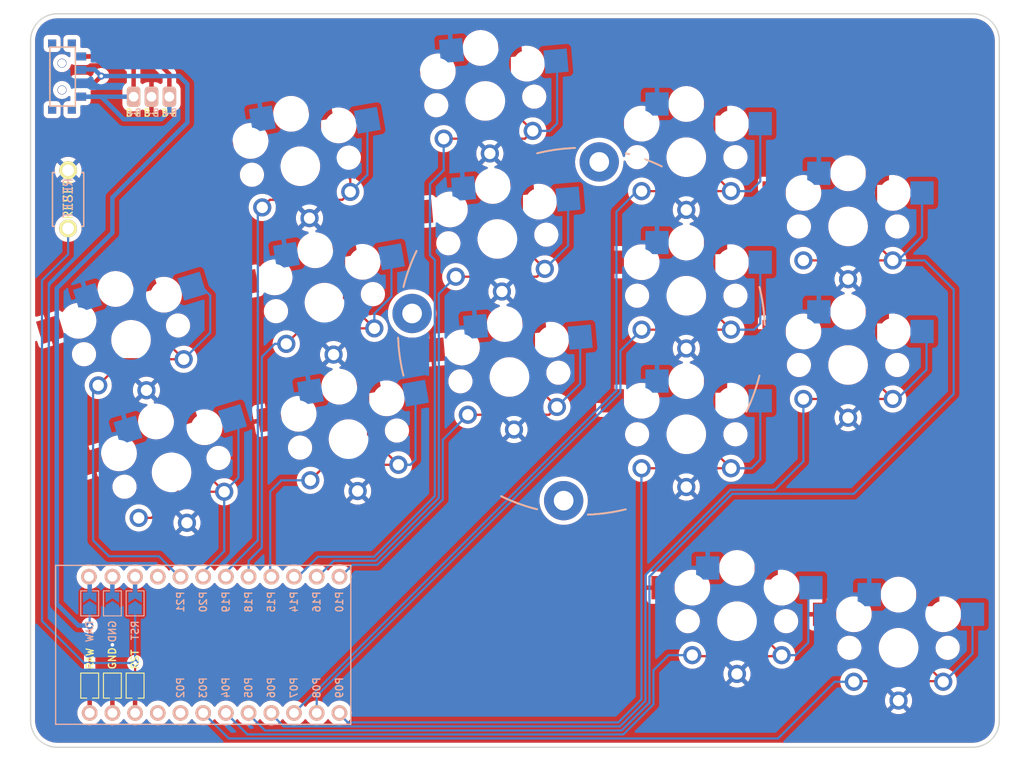
<source format=kicad_pcb>
(kicad_pcb (version 20211014) (generator pcbnew)
  (title_block (title "berylline_choc_min") (rev "v1.0.0") (company "Unknown"))
  (layers (0 "F.Cu" signal) (31 "B.Cu" signal) (34 "B.Paste" user) (35 "F.Paste" user) (36 "B.SilkS" user "B.Silkscreen") (37 "F.SilkS" user "F.Silkscreen") (38 "B.Mask" user) (39 "F.Mask" user) (44 "Edge.Cuts" user))
  (net 0 "")
  (net 1 "GND")
  (net 2 "RAW")
  (net 3 "RST")
  (net 4 "P2")
  (net 5 "P9")
  (net 6 "P8")
  (net 7 "P7")
  (net 8 "P6")
  (net 9 "P5")
  (net 10 "P4")
  (net 11 "P3")
  (net 12 "P10")
  (net 13 "P16")
  (net 14 "P14")
  (net 15 "P15")
  (net 16 "P18")
  (net 17 "P19")
  (net 18 "P20")
  (net 19 "P21")
  (net 20 "BRAW")
  (footprint "Alaa:key" (layer "F.Cu") (at 288.604922 127.96917)
    (fp_text reference "S15" hide)
    (fp_text value "" hide)
  )
  (footprint "E73:SPDT_C128955" (layer "F.Cu") (at 195.021762 64.065501 90)
    (fp_text reference "T2" hide)
    (fp_text value "" hide)
  )
  (footprint "Alaa:key" (layer "F.Cu") (at 227.070872 104.62013 10)
    (fp_text reference "S3" hide)
    (fp_text value "" hide)
  )
  (footprint "Alaa:key" (layer "F.Cu") (at 270.530975 124.990064)
    (fp_text reference "S14" hide)
    (fp_text value "" hide)
  )
  (footprint "Alaa:Tenting_Puck" (layer "F.Cu") (at 253.133642 92.560358 -6)
    (fp_text reference "REF**" hide)
    (fp_text value "Tenting Puck" hide)
  )
  (footprint "Alaa:key" (layer "F.Cu") (at 207.276192 108.339872 17)
    (fp_text reference "S1" hide)
    (fp_text value "" hide)
  )
  (footprint "Alaa:key" (layer "F.Cu") (at 245.074061 97.674062 5)
    (fp_text reference "S6" hide)
    (fp_text value "" hide)
  )
  (footprint "Alaa:key" (layer "F.Cu") (at 221.687779 74.09109 10)
    (fp_text reference "S5" hide)
    (fp_text value "" hide)
  )
  (footprint "Alaa:key" (layer "F.Cu") (at 282.962 80.832)
    (fp_text reference "S13" hide)
    (fp_text value "" hide)
  )
  (footprint "Alaa:key" (layer "F.Cu") (at 264.862 73.082)
    (fp_text reference "S11" hide)
    (fp_text value "" hide)
  )
  (footprint "Alaa:key" (layer "F.Cu") (at 282.962 96.332)
    (fp_text reference "S12" hide)
    (fp_text value "" hide)
  )
  (footprint "Alaa:key" (layer "F.Cu") (at 242.372232 66.792026 5)
    (fp_text reference "S8" hide)
    (fp_text value "" hide)
  )
  (footprint "lib:bat" (layer "F.Cu") (at 205.035346 66.324116)
    (fp_text reference "PAD1" hide)
    (fp_text value "" hide)
  )
  (footprint "Alaa:key" (layer "F.Cu") (at 264.862 104.082)
    (fp_text reference "S9" hide)
    (fp_text value "" hide)
  )
  (footprint "Alaa:key" (layer "F.Cu") (at 264.862 88.582)
    (fp_text reference "S10" hide)
    (fp_text value "" hide)
  )
  (footprint "Alaa:key" (layer "F.Cu") (at 202.744431 93.517148 17)
    (fp_text reference "S2" hide)
    (fp_text value "" hide)
  )
  (footprint "kbd:ResetSW" (layer "F.Cu") (at 195.707 77.799 90)
    (fp_text reference "B1" hide)
    (fp_text value "")
  )
  (footprint "E73:SPDT_C128955" (layer "F.Cu") (at 195.021762 64.065501 90)
    (fp_text reference "T1" hide)
    (fp_text value "" hide)
  )
  (footprint "Alaa:key" (layer "F.Cu") (at 224.379325 89.35561 10)
    (fp_text reference "S4" hide)
    (fp_text value "" hide)
  )
  (footprint "Alaa:key" (layer "F.Cu") (at 243.723147 82.233044 5)
    (fp_text reference "S7" hide)
    (fp_text value "" hide)
  )
  (footprint "Alaa:ProMicro32keys" (layer "B.Cu") (at 212.09 127.635)
    (fp_text reference "MCU1" hide)
    (fp_text value "" hide)
  )
  (gr_line (start 194.506343 57.041872) (end 296.879652 57.041872) (layer "Edge.Cuts") (width 0.15))
  (gr_arc (start 296.879652 57.041872) (mid 299.001013 57.920533) (end 299.879652 60.041872) (layer "Edge.Cuts") (width 0.15))
  (gr_line (start 296.879652 139.095899) (end 194.506343 139.095899) (layer "Edge.Cuts") (width 0.15))
  (gr_line (start 299.879652 60.041872) (end 299.879652 136.095899) (layer "Edge.Cuts") (width 0.15))
  (gr_arc (start 299.879652 136.095899) (mid 299.00097 138.217203) (end 296.879652 139.095899) (layer "Edge.Cuts") (width 0.15))
  (gr_arc (start 194.506343 139.095899) (mid 192.384995 138.217234) (end 191.506343 136.095899) (layer "Edge.Cuts") (width 0.15))
  (gr_arc (start 191.506343 60.041872) (mid 192.385035 57.920585) (end 194.506343 57.041872) (layer "Edge.Cuts") (width 0.15))
  (gr_line (start 191.506343 136.095899) (end 191.506343 60.041872) (layer "Edge.Cuts") (width 0.15))
  (segment (start 200.66 127.635) (end 200.66 131.471477) (width 0.25) (layer "F.Cu") (net 1))
  (segment (start 200.66 127.635) (end 200.66 127.254) (width 0.25) (layer "F.Cu") (net 1))
  (via (at 200.66 127.635) (size 0.8) (drill 0.4) (layers "F.Cu" "B.Cu") (net 1))
  (segment (start 200.66 123.721477) (end 200.66 127.635) (width 0.25) (layer "B.Cu") (net 1))
  (segment (start 225.403849 94.875952) (end 225.403849 95.165976) (width 0.25) (layer "B.Cu") (net 1))
  (segment (start 198.607034 64.815501) (end 199.409061 64.013474) (width 0.5) (layer "F.Cu") (net 2))
  (segment (start 197.096762 64.815501) (end 198.607034 64.815501) (width 0.5) (layer "F.Cu") (net 2))
  (segment (start 198.12 131.471477) (end 198.12 125.476) (width 0.25) (layer "F.Cu") (net 2))
  (via (at 198.12 125.476) (size 0.8) (drill 0.4) (layers "F.Cu" "B.Cu") (net 2))
  (via (at 199.409061 64.013474) (size 0.8) (drill 0.4) (layers "F.Cu" "B.Cu") (net 2))
  (segment (start 209.042 69.215) (end 209.042 64.897) (width 0.5) (layer "B.Cu") (net 2))
  (segment (start 199.414535 64.008) (end 199.409061 64.013474) (width 0.5) (layer "B.Cu") (net 2))
  (segment (start 200.66 77.597) (end 209.042 69.215) (width 0.5) (layer "B.Cu") (net 2))
  (segment (start 198.659672 63.264116) (end 199.357645 63.962089) (width 0.5) (layer "B.Cu") (net 2))
  (segment (start 196.85 125.476) (end 194.437 123.063) (width 0.5) (layer "B.Cu") (net 2))
  (segment (start 208.153 64.008) (end 199.414535 64.008) (width 0.5) (layer "B.Cu") (net 2))
  (segment (start 198.12 123.721477) (end 198.12 125.476) (width 0.25) (layer "B.Cu") (net 2))
  (segment (start 194.437 87.757) (end 200.66 81.534) (width 0.5) (layer "B.Cu") (net 2))
  (segment (start 209.042 64.897) (end 208.153 64.008) (width 0.5) (layer "B.Cu") (net 2))
  (segment (start 194.437 123.063) (end 194.437 87.757) (width 0.5) (layer "B.Cu") (net 2))
  (segment (start 198.12 125.476) (end 196.85 125.476) (width 0.5) (layer "B.Cu") (net 2))
  (segment (start 200.66 81.534) (end 200.66 77.597) (width 0.5) (layer "B.Cu") (net 2))
  (segment (start 197.045346 63.264116) (end 198.659672 63.264116) (width 0.5) (layer "B.Cu") (net 2))
  (segment (start 203.2 131.471477) (end 203.2 129.667) (width 0.25) (layer "F.Cu") (net 3))
  (via (at 203.2 129.667) (size 0.8) (drill 0.4) (layers "F.Cu" "B.Cu") (net 3))
  (segment (start 192.786 124.968) (end 192.786 86.868) (width 0.25) (layer "B.Cu") (net 3))
  (segment (start 203.2 123.721477) (end 203.2 129.667) (width 0.25) (layer "B.Cu") (net 3))
  (segment (start 195.707 83.947) (end 195.707 81.049) (width 0.25) (layer "B.Cu") (net 3))
  (segment (start 203.2 129.667) (end 197.485 129.667) (width 0.25) (layer "B.Cu") (net 3))
  (segment (start 192.786 86.868) (end 195.707 83.947) (width 0.25) (layer "B.Cu") (net 3))
  (segment (start 197.485 129.667) (end 192.786 124.968) (width 0.25) (layer "B.Cu") (net 3))
  (segment (start 267.987479 106.007479) (end 267.987479 98.281521) (width 0.25) (layer "F.Cu") (net 5))
  (segment (start 267.987479 98.281521) (end 268.136999 98.132001) (width 0.25) (layer "F.Cu") (net 5))
  (segment (start 259.862 107.882) (end 269.862 107.882) (width 0.25) (layer "F.Cu") (net 5))
  (segment (start 269.862 107.882) (end 267.987479 106.007479) (width 0.25) (layer "F.Cu") (net 5))
  (segment (start 259.842 133.731) (end 259.842 107.902) (width 0.25) (layer "B.Cu") (net 5))
  (segment (start 226.06 135.382) (end 226.9874 136.3094) (width 0.25) (layer "B.Cu") (net 5))
  (segment (start 272.169 107.882) (end 269.862 107.882) (width 0.25) (layer "B.Cu") (net 5))
  (segment (start 226.9874 136.3094) (end 257.2636 136.3094) (width 0.25) (layer "B.Cu") (net 5))
  (segment (start 273.137 100.332001) (end 273.137 106.914) (width 0.25) (layer "B.Cu") (net 5))
  (segment (start 259.842 107.902) (end 259.862 107.882) (width 0.25) (layer "B.Cu") (net 5))
  (segment (start 257.2636 136.3094) (end 259.842 133.731) (width 0.25) (layer "B.Cu") (net 5))
  (segment (start 273.137 106.914) (end 272.169 107.882) (width 0.25) (layer "B.Cu") (net 5))
  (segment (start 259.862 92.382) (end 269.862 92.382) (width 0.25) (layer "F.Cu") (net 6))
  (segment (start 267.987479 90.507479) (end 269.862 92.382) (width 0.25) (layer "F.Cu") (net 6))
  (segment (start 268.136999 82.632001) (end 267.987479 82.781521) (width 0.25) (layer "F.Cu") (net 6))
  (segment (start 267.987479 82.781521) (end 267.987479 90.507479) (width 0.25) (layer "F.Cu") (net 6))
  (segment (start 223.52 133.350718) (end 223.52 135.255) (width 0.25) (layer "B.Cu") (net 6))
  (segment (start 273.137 91.674) (end 272.429 92.382) (width 0.25) (layer "B.Cu") (net 6))
  (segment (start 257.496 99.374718) (end 223.52 133.350718) (width 0.25) (layer "B.Cu") (net 6))
  (segment (start 273.137 84.832001) (end 273.137 91.674) (width 0.25) (layer "B.Cu") (net 6))
  (segment (start 272.429 92.382) (end 269.862 92.382) (width 0.25) (layer "B.Cu") (net 6))
  (segment (start 257.496 94.748) (end 257.496 99.374718) (width 0.25) (layer "B.Cu") (net 6))
  (segment (start 259.862 92.382) (end 257.496 94.748) (width 0.25) (layer "B.Cu") (net 6))
  (segment (start 259.862 76.882) (end 269.862 76.882) (width 0.25) (layer "F.Cu") (net 7))
  (segment (start 267.987479 67.281521) (end 268.136999 67.132001) (width 0.25) (layer "F.Cu") (net 7))
  (segment (start 267.987479 75.007479) (end 267.987479 67.281521) (width 0.25) (layer "F.Cu") (net 7))
  (segment (start 269.862 76.882) (end 267.987479 75.007479) (width 0.25) (layer "F.Cu") (net 7))
  (segment (start 257.04648 79.18952) (end 259.354 76.882) (width 0.25) (layer "B.Cu") (net 7))
  (segment (start 257.04648 99.18852) (end 257.04648 79.18952) (width 0.25) (layer "B.Cu") (net 7))
  (segment (start 273.137 69.332001) (end 273.137 75.799) (width 0.25) (layer "B.Cu") (net 7))
  (segment (start 259.354 76.882) (end 259.862 76.882) (width 0.25) (layer "B.Cu") (net 7))
  (segment (start 272.054 76.882) (end 269.862 76.882) (width 0.25) (layer "B.Cu") (net 7))
  (segment (start 220.98 135.255) (end 257.04648 99.18852) (width 0.25) (layer "B.Cu") (net 7))
  (segment (start 273.137 75.799) (end 272.054 76.882) (width 0.25) (layer "B.Cu") (net 7))
  (segment (start 277.962 100.132) (end 287.962 100.132) (width 0.25) (layer "F.Cu") (net 8))
  (segment (start 286.236999 90.382001) (end 286.087479 90.531521) (width 0.25) (layer "F.Cu") (net 8))
  (segment (start 286.087479 98.257479) (end 287.962 100.132) (width 0.25) (layer "F.Cu") (net 8))
  (segment (start 286.087479 90.531521) (end 286.087479 98.257479) (width 0.25) (layer "F.Cu") (net 8))
  (segment (start 277.962 100.132) (end 277.962 107.102) (width 0.25) (layer "B.Cu") (net 8))
  (segment (start 291.737 92.582001) (end 291.737 96.857) (width 0.25) (layer "B.Cu") (net 8))
  (segment (start 219.81692 136.75892) (end 218.44 135.382) (width 0.25) (layer "B.Cu") (net 8))
  (segment (start 260.29152 133.917197) (end 257.449798 136.75892) (width 0.25) (layer "B.Cu") (net 8))
  (segment (start 274.76952 110.29448) (end 269.815086 110.29448) (width 0.25) (layer "B.Cu") (net 8))
  (segment (start 269.815086 110.29448) (end 260.29152 119.818046) (width 0.25) (layer "B.Cu") (net 8))
  (segment (start 291.737 96.857) (end 288.462 100.132) (width 0.25) (layer "B.Cu") (net 8))
  (segment (start 257.449798 136.75892) (end 219.81692 136.75892) (width 0.25) (layer "B.Cu") (net 8))
  (segment (start 277.962 107.102) (end 274.76952 110.29448) (width 0.25) (layer "B.Cu") (net 8))
  (segment (start 260.29152 119.818046) (end 260.29152 133.917197) (width 0.25) (layer "B.Cu") (net 8))
  (segment (start 286.087479 75.031521) (end 286.087479 82.757479) (width 0.25) (layer "F.Cu") (net 9))
  (segment (start 286.236999 74.882001) (end 286.087479 75.031521) (width 0.25) (layer "F.Cu") (net 9))
  (segment (start 277.962 84.632) (end 287.962 84.632) (width 0.25) (layer "F.Cu") (net 9))
  (segment (start 286.087479 82.757479) (end 287.962 84.632) (width 0.25) (layer "F.Cu") (net 9))
  (segment (start 283.599 110.744) (end 270.001283 110.744) (width 0.25) (layer "B.Cu") (net 9))
  (segment (start 291.237 81.938) (end 288.543 84.632) (width 0.25) (layer "B.Cu") (net 9))
  (segment (start 291.237 77.082001) (end 291.237 81.938) (width 0.25) (layer "B.Cu") (net 9))
  (segment (start 294.775 87.884) (end 294.775 99.568) (width 0.25) (layer "B.Cu") (net 9))
  (segment (start 270.001283 110.744) (end 260.74104 120.004243) (width 0.25) (layer "B.Cu") (net 9))
  (segment (start 287.962 84.632) (end 291.523 84.632) (width 0.25) (layer "B.Cu") (net 9))
  (segment (start 260.74104 120.004243) (end 260.74104 134.103394) (width 0.25) (layer "B.Cu") (net 9))
  (segment (start 288.543 84.632) (end 287.962 84.632) (width 0.25) (layer "B.Cu") (net 9))
  (segment (start 291.523 84.632) (end 294.775 87.884) (width 0.25) (layer "B.Cu") (net 9))
  (segment (start 217.72644 137.20844) (end 215.9 135.382) (width 0.25) (layer "B.Cu") (net 9))
  (segment (start 294.775 99.568) (end 283.599 110.744) (width 0.25) (layer "B.Cu") (net 9))
  (segment (start 257.635996 137.20844) (end 217.72644 137.20844) (width 0.25) (layer "B.Cu") (net 9))
  (segment (start 260.74104 134.103394) (end 257.635996 137.20844) (width 0.25) (layer "B.Cu") (net 9))
  (segment (start 265.645911 128.905) (end 275.416039 128.905) (width 0.25) (layer "F.Cu") (net 10))
  (segment (start 275.530975 128.790064) (end 273.177 126.436089) (width 0.25) (layer "F.Cu") (net 10))
  (segment (start 273.177 126.436089) (end 273.177 119.669039) (width 0.25) (layer "F.Cu") (net 10))
  (segment (start 275.416039 128.905) (end 275.530975 128.790064) (width 0.25) (layer "F.Cu") (net 10))
  (segment (start 273.177 119.669039) (end 273.805974 119.040065) (width 0.25) (layer "F.Cu") (net 10))
  (segment (start 265.530975 128.790064) (end 265.645911 128.905) (width 0.25) (layer "F.Cu") (net 10))
  (segment (start 215.76296 137.65796) (end 257.822194 137.65796) (width 0.25) (layer "B.Cu") (net 10))
  (segment (start 278.805975 121.240065) (end 278.511 121.53504) (width 0.25) (layer "B.Cu") (net 10))
  (segment (start 261.19056 130.47744) (end 262.877936 128.790064) (width 0.25) (layer "B.Cu") (net 10))
  (segment (start 261.19056 134.289594) (end 261.19056 130.47744) (width 0.25) (layer "B.Cu") (net 10))
  (segment (start 262.877936 128.790064) (end 265.530975 128.790064) (width 0.25) (layer "B.Cu") (net 10))
  (segment (start 257.822194 137.65796) (end 261.19056 134.289594) (width 0.25) (layer "B.Cu") (net 10))
  (segment (start 278.511 121.53504) (end 278.511 127.381) (width 0.25) (layer "B.Cu") (net 10))
  (segment (start 278.511 127.381) (end 277.101936 128.790064) (width 0.25) (layer "B.Cu") (net 10))
  (segment (start 277.101936 128.790064) (end 275.530975 128.790064) (width 0.25) (layer "B.Cu") (net 10))
  (segment (start 213.36 135.255) (end 215.76296 137.65796) (width 0.25) (layer "B.Cu") (net 10))
  (segment (start 293.534752 131.699) (end 291.211 129.375248) (width 0.25) (layer "F.Cu") (net 11))
  (segment (start 291.211 129.375248) (end 291.211 122.688092) (width 0.25) (layer "F.Cu") (net 11))
  (segment (start 283.675092 131.699) (end 293.534752 131.699) (width 0.25) (layer "F.Cu") (net 11))
  (segment (start 291.211 122.688092) (end 291.879921 122.019171) (width 0.25) (layer "F.Cu") (net 11))
  (segment (start 283.604922 131.76917) (end 283.675092 131.699) (width 0.25) (layer "F.Cu") (net 11))
  (segment (start 210.82 135.255) (end 213.67248 138.10748) (width 0.25) (layer "B.Cu") (net 11))
  (segment (start 296.879922 124.219171) (end 296.879922 128.6049) (width 0.25) (layer "B.Cu") (net 11))
  (segment (start 275.129892 138.10748) (end 275.452686 137.784686) (width 0.25) (layer "B.Cu") (net 11))
  (segment (start 213.67248 138.10748) (end 275.129892 138.10748) (width 0.25) (layer "B.Cu") (net 11))
  (segment (start 275.129893 138.10748) (end 275.452686 137.784686) (width 0.25) (layer "B.Cu") (net 11))
  (segment (start 281.468202 131.76917) (end 283.604922 131.76917) (width 0.25) (layer "B.Cu") (net 11))
  (segment (start 275.452686 137.784686) (end 281.468202 131.76917) (width 0.25) (layer "B.Cu") (net 11))
  (segment (start 296.879922 128.6049) (end 293.715652 131.76917) (width 0.25) (layer "B.Cu") (net 11))
  (segment (start 293.715652 131.76917) (end 293.604922 131.76917) (width 0.25) (layer "B.Cu") (net 11))
  (segment (start 247.818021 98.455618) (end 250.386226 101.023823) (width 0.25) (layer "F.Cu") (net 12))
  (segment (start 240.424279 101.895381) (end 249.514668 101.895381) (width 0.25) (layer "F.Cu") (net 12))
  (segment (start 249.514668 101.895381) (end 250.386226 101.023823) (width 0.25) (layer "F.Cu") (net 12))
  (segment (start 247.818021 91.46127) (end 247.818021 98.455618) (width 0.25) (layer "F.Cu") (net 12))
  (segment (start 237.62704 111.370394) (end 237.62704 104.69262) (width 0.25) (layer "B.Cu") (net 12))
  (segment (start 227.51548 118.68652) (end 230.310916 118.68652) (width 0.25) (layer "B.Cu") (net 12))
  (segment (start 226.06 120.142) (end 227.51548 118.68652) (width 0.25) (layer "B.Cu") (net 12))
  (segment (start 230.310916 118.68652) (end 237.62704 111.370394) (width 0.25) (layer "B.Cu") (net 12))
  (segment (start 252.990738 93.217119) (end 252.990738 98.419311) (width 0.25) (layer "B.Cu") (net 12))
  (segment (start 237.62704 104.69262) (end 240.424279 101.895381) (width 0.25) (layer "B.Cu") (net 12))
  (segment (start 252.990738 98.419311) (end 250.386226 101.023823) (width 0.25) (layer "B.Cu") (net 12))
  (segment (start 248.163754 86.454363) (end 249.035312 85.582805) (width 0.25) (layer "F.Cu") (net 13))
  (segment (start 246.467107 76.020252) (end 246.467107 83.0146) (width 0.25) (layer "F.Cu") (net 13))
  (segment (start 246.467107 83.0146) (end 249.035312 85.582805) (width 0.25) (layer "F.Cu") (net 13))
  (segment (start 239.073365 86.454363) (end 248.163754 86.454363) (width 0.25) (layer "F.Cu") (net 13))
  (segment (start 251.639824 82.978293) (end 251.639824 77.776101) (width 0.25) (layer "B.Cu") (net 13))
  (segment (start 249.035312 85.582805) (end 251.639824 82.978293) (width 0.25) (layer "B.Cu") (net 13))
  (segment (start 223.52 120.142) (end 225.425 118.237) (width 0.25) (layer "B.Cu") (net 13))
  (segment (start 237.17752 88.350208) (end 239.073365 86.454363) (width 0.25) (layer "B.Cu") (net 13))
  (segment (start 225.425 118.237) (end 230.124718 118.237) (width 0.25) (layer "B.Cu") (net 13))
  (segment (start 237.17752 111.184197) (end 237.17752 88.350208) (width 0.25) (layer "B.Cu") (net 13))
  (segment (start 230.124718 118.237) (end 237.17752 111.184197) (width 0.25) (layer "B.Cu") (net 13))
  (segment (start 246.812839 71.013345) (end 247.684397 70.141787) (width 0.25) (layer "F.Cu") (net 14))
  (segment (start 237.72245 71.013345) (end 246.812839 71.013345) (width 0.25) (layer "F.Cu") (net 14))
  (segment (start 245.116192 67.573582) (end 247.684397 70.141787) (width 0.25) (layer "F.Cu") (net 14))
  (segment (start 245.116192 60.579234) (end 245.116192 67.573582) (width 0.25) (layer "F.Cu") (net 14))
  (segment (start 250.412 69.309954) (end 249.580167 70.141787) (width 0.25) (layer "B.Cu") (net 14))
  (segment (start 221.28842 120.142) (end 223.64294 117.78748) (width 0.25) (layer "B.Cu") (net 14))
  (segment (start 236.728 84.582) (end 236.188 84.042) (width 0.25) (layer "B.Cu") (net 14))
  (segment (start 229.93852 117.78748) (end 236.728 110.998) (width 0.25) (layer "B.Cu") (net 14))
  (segment (start 220.98 120.142) (end 221.28842 120.142) (width 0.25) (layer "B.Cu") (net 14))
  (segment (start 250.288909 62.335083) (end 250.288909 62.360909) (width 0.25) (layer "B.Cu") (net 14))
  (segment (start 250.288909 62.360909) (end 250.412 62.484) (width 0.25) (layer "B.Cu") (net 14))
  (segment (start 236.188 84.042) (end 236.188 76.073) (width 0.25) (layer "B.Cu") (net 14))
  (segment (start 249.580167 70.141787) (end 247.684397 70.141787) (width 0.25) (layer "B.Cu") (net 14))
  (segment (start 250.412 62.484) (end 250.412 69.309954) (width 0.25) (layer "B.Cu") (net 14))
  (segment (start 236.188 76.073) (end 237.72245 74.53855) (width 0.25) (layer "B.Cu") (net 14))
  (segment (start 223.64294 117.78748) (end 229.93852 117.78748) (width 0.25) (layer "B.Cu") (net 14))
  (segment (start 236.728 110.998) (end 236.728 84.582) (width 0.25) (layer "B.Cu") (net 14))
  (segment (start 237.72245 74.53855) (end 237.72245 71.013345) (width 0.25) (layer "B.Cu") (net 14))
  (segment (start 222.806696 109.23064) (end 224.543177 107.494159) (width 0.25) (layer "F.Cu") (net 15))
  (segment (start 229.26291 104.102295) (end 229.26291 98.191827) (width 0.25) (layer "F.Cu") (net 15))
  (segment (start 224.543177 107.494159) (end 232.654774 107.494159) (width 0.25) (layer "F.Cu") (net 15))
  (segment (start 232.654774 107.494159) (end 229.26291 104.102295) (width 0.25) (layer "F.Cu") (net 15))
  (segment (start 218.313 120.015) (end 218.313 110.49) (width 0.25) (layer "B.Cu") (net 15))
  (segment (start 234.568976 99.490163) (end 234.568976 106.914024) (width 0.25) (layer "B.Cu") (net 15))
  (segment (start 218.313 110.49) (end 219.57236 109.23064) (width 0.25) (layer "B.Cu") (net 15))
  (segment (start 234.568976 106.914024) (end 233.988841 107.494159) (width 0.25) (layer "B.Cu") (net 15))
  (segment (start 233.988841 107.494159) (end 232.654774 107.494159) (width 0.25) (layer "B.Cu") (net 15))
  (segment (start 219.57236 109.23064) (end 222.806696 109.23064) (width 0.25) (layer "B.Cu") (net 15))
  (segment (start 226.571363 82.927307) (end 226.571363 88.837775) (width 0.25) (layer "F.Cu") (net 16))
  (segment (start 229.963227 92.229639) (end 221.85163 92.229639) (width 0.25) (layer "F.Cu") (net 16))
  (segment (start 221.85163 92.229639) (end 220.115149 93.96612) (width 0.25) (layer "F.Cu") (net 16))
  (segment (start 226.571363 88.837775) (end 229.963227 92.229639) (width 0.25) (layer "F.Cu") (net 16))
  (segment (start 218.83488 93.96612) (end 220.115149 93.96612) (width 0.25) (layer "B.Cu") (net 16))
  (segment (start 217.379105 95.421895) (end 218.83488 93.96612) (width 0.25) (layer "B.Cu") (net 16))
  (segment (start 215.9 118.237718) (end 217.379105 116.758613) (width 0.25) (layer "B.Cu") (net 16))
  (segment (start 231.877429 84.225643) (end 231.877429 88.670571) (width 0.25) (layer "B.Cu") (net 16))
  (segment (start 215.9 120.142) (end 215.9 118.237718) (width 0.25) (layer "B.Cu") (net 16))
  (segment (start 229.963227 90.584773) (end 229.963227 92.229639) (width 0.25) (layer "B.Cu") (net 16))
  (segment (start 231.877429 88.670571) (end 229.963227 90.584773) (width 0.25) (layer "B.Cu") (net 16))
  (segment (start 217.379105 116.758613) (end 217.379105 95.421895) (width 0.25) (layer "B.Cu") (net 16))
  (segment (start 217.423603 78.7016) (end 218.274203 77.851) (width 0.25) (layer "F.Cu") (net 17))
  (segment (start 227.271681 76.965119) (end 227.271681 75.528279) (width 0.25) (layer "F.Cu") (net 17))
  (segment (start 218.274203 77.851) (end 226.3858 77.851) (width 0.25) (layer "F.Cu") (net 17))
  (segment (start 227.271681 75.528279) (end 223.879817 72.136415) (width 0.25) (layer "F.Cu") (net 17))
  (segment (start 226.3858 77.851) (end 227.271681 76.965119) (width 0.25) (layer "F.Cu") (net 17))
  (segment (start 223.879817 72.136415) (end 223.879817 67.662787) (width 0.25) (layer "F.Cu") (net 17))
  (segment (start 213.36 120.142) (end 213.36 119.507) (width 0.25) (layer "B.Cu") (net 17))
  (segment (start 216.929585 79.195618) (end 217.423603 78.7016) (width 0.25) (layer "B.Cu") (net 17))
  (segment (start 213.36 119.507) (end 216.929585 115.937415) (width 0.25) (layer "B.Cu") (net 17))
  (segment (start 216.929585 115.937415) (end 216.929585 79.195618) (width 0.25) (layer "B.Cu") (net 17))
  (segment (start 229.185883 75.050917) (end 227.271681 76.965119) (width 0.25) (layer "B.Cu") (net 17))
  (segment (start 229.185883 68.961123) (end 229.185883 75.050917) (width 0.25) (layer "B.Cu") (net 17))
  (segment (start 203.605681 113.435689) (end 205.042521 113.435689) (width 0.25) (layer "F.Cu") (net 18))
  (segment (start 207.966238 110.511972) (end 213.168728 110.511972) (width 0.25) (layer "F.Cu") (net 18))
  (segment (start 208.668478 106.011722) (end 208.668478 101.692343) (width 0.25) (layer "F.Cu") (net 18))
  (segment (start 213.168728 110.511972) (end 208.668478 106.011722) (width 0.25) (layer "F.Cu") (net 18))
  (segment (start 205.042521 113.435689) (end 207.966238 110.511972) (width 0.25) (layer "F.Cu") (net 18))
  (segment (start 211.074 119.634) (end 211.074 119.253) (width 0.25) (layer "B.Cu") (net 18))
  (segment (start 213.168728 110.511972) (end 214.757 108.9237) (width 0.25) (layer "B.Cu") (net 18))
  (segment (start 214.757 108.9237) (end 214.757 102.670574) (width 0.25) (layer "B.Cu") (net 18))
  (segment (start 211.074 119.253) (end 213.168728 117.158272) (width 0.25) (layer "B.Cu") (net 18))
  (segment (start 213.168728 117.158272) (end 213.168728 110.511972) (width 0.25) (layer "B.Cu") (net 18))
  (segment (start 204.136717 91.188998) (end 204.136717 86.869619) (width 0.25) (layer "F.Cu") (net 19))
  (segment (start 199.07392 98.612965) (end 201.997637 95.689248) (width 0.25) (layer "F.Cu") (net 19))
  (segment (start 201.997637 95.689248) (end 208.636967 95.689248) (width 0.25) (layer "F.Cu") (net 19))
  (segment (start 208.636967 95.689248) (end 204.136717 91.188998) (width 0.25) (layer "F.Cu") (net 19))
  (segment (start 210.561459 87.51163) (end 211.602561 88.552732) (width 0.25) (layer "B.Cu") (net 19))
  (segment (start 208.28 120.142) (end 205.867 117.729) (width 0.25) (layer "B.Cu") (net 19))
  (segment (start 205.867 117.729) (end 200.279 117.729) (width 0.25) (layer "B.Cu") (net 19))
  (segment (start 198.501 99.185885) (end 199.07392 98.612965) (width 0.25) (layer "B.Cu") (net 19))
  (segment (start 211.602561 88.552732) (end 211.602561 92.723654) (width 0.25) (layer "B.Cu") (net 19))
  (segment (start 200.279 117.729) (end 198.501 115.951) (width 0.25) (layer "B.Cu") (net 19))
  (segment (start 211.602561 92.723654) (end 208.636967 95.689248) (width 0.25) (layer "B.Cu") (net 19))
  (segment (start 198.501 115.951) (end 198.501 99.185885) (width 0.25) (layer "B.Cu") (net 19))
  (segment (start 203.035346 63.202816) (end 203.035346 66.324116) (width 0.5) (layer "F.Cu") (net 20))
  (segment (start 197.096762 61.815501) (end 205.066731 61.815501) (width 0.5) (layer "F.Cu") (net 20))
  (segment (start 197.096762 61.815501) (end 201.648031 61.815501) (width 0.5) (layer "F.Cu") (net 20))
  (segment (start 207.035346 63.784116) (end 207.035346 66.324116) (width 0.5) (layer "F.Cu") (net 20))
  (segment (start 201.648031 61.815501) (end 203.035346 63.202816) (width 0.5) (layer "F.Cu") (net 20))
  (segment (start 205.066731 61.815501) (end 207.035346 63.784116) (width 0.5) (layer "F.Cu") (net 20))
  (segment (start 197.096762 66.315501) (end 203.026731 66.315501) (width 0.5) (layer "B.Cu") (net 20))
  (segment (start 203.026731 66.315501) (end 203.035346 66.324116) (width 0.5) (layer "B.Cu") (net 20))
  (segment (start 201.93 68.834) (end 206.121 68.834) (width 0.5) (layer "B.Cu") (net 20))
  (segment (start 199.411501 66.315501) (end 201.93 68.834) (width 0.5) (layer "B.Cu") (net 20))
  (segment (start 206.121 68.834) (end 207.035346 67.919654) (width 0.5) (layer "B.Cu") (net 20))
  (segment (start 197.096762 66.315501) (end 199.411501 66.315501) (width 0.5) (layer "B.Cu") (net 20))
  (segment (start 207.035346 67.919654) (end 207.035346 66.324116) (width 0.5) (layer "B.Cu") (net 20))
  (zone (net 1) (net_name "GND") (layers F&B.Cu) (connect_pads (clearance 0.508)) (min_thickness 0.254) (fill yes (thermal_gap 0.508) (thermal_bridge_width 0.508) (island_removal_mode 1) (island_area_min 0))
    (polygon (pts (xy 302.641 55.753) (xy 300.863 141.859) (xy 188.087 140.589) (xy 188.849 55.499)))
  )
)
</source>
